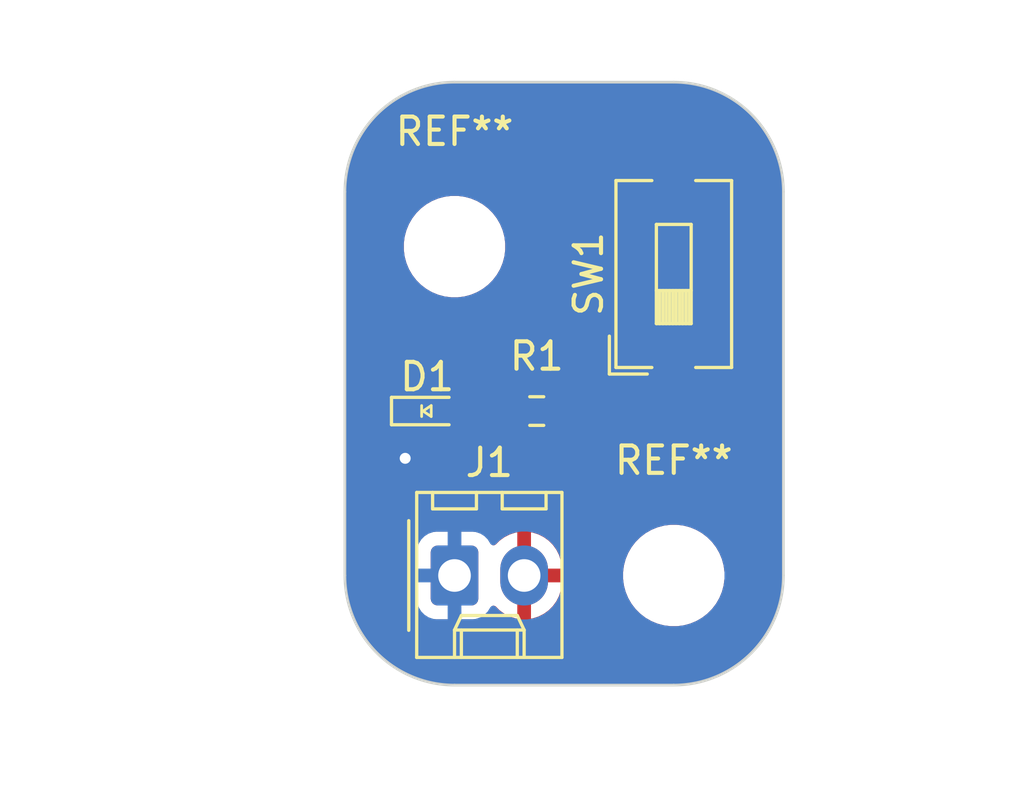
<source format=kicad_pcb>
(kicad_pcb (version 20240108) (generator "pcbnew") (generator_version "8.0")
  (title_block (title "LED Project") (date "2025-09-12") (rev "1.0") (company "Illini Solar Car") (comment 1 "Designed By: Pedro Couto"))
  (layers (0 "F.Cu" signal) (31 "B.Cu" signal) (34 "B.Paste" user) (35 "F.Paste" user) (36 "B.SilkS" user "B.Silkscreen") (37 "F.SilkS" user "F.Silkscreen") (38 "B.Mask" user) (39 "F.Mask" user) (44 "Edge.Cuts" user))
  (net 0 "")
  (net 1 "Net-(D1-A)")
  (net 2 "GND")
  (net 3 "+3V3")
  (net 4 "Net-(R1-Pad1)")
  (footprint "Connector_Molex:Molex_KK-254_AE-6410-02A_1x02_P2.54mm_Vertical" (layer "F.Cu") (at 138 108)
    (property "Reference" "J1" (at 1.27 -4.12 0) (layer "F.SilkS"))
    (property "Value" "Conn_01x02")
    (fp_line (start -1.67 -2) (end -1.67 2) (stroke (width 0.12)) (layer "F.SilkS"))
    (fp_line (start -1.38 -3.03) (end -1.38 2.99) (stroke (width 0.12)) (layer "F.SilkS"))
    (fp_line (start -1.38 2.99) (end 3.92 2.99) (stroke (width 0.12)) (layer "F.SilkS"))
    (fp_line (start -0.8 -3.03) (end -0.8 -2.43) (stroke (width 0.12)) (layer "F.SilkS"))
    (fp_line (start -0.8 -2.43) (end 0.8 -2.43) (stroke (width 0.12)) (layer "F.SilkS"))
    (fp_line (start 0 1.99) (end 0.25 1.46) (stroke (width 0.12)) (layer "F.SilkS"))
    (fp_line (start 0 1.99) (end 2.54 1.99) (stroke (width 0.12)) (layer "F.SilkS"))
    (fp_line (start 0 2.99) (end 0 1.99) (stroke (width 0.12)) (layer "F.SilkS"))
    (fp_line (start 0.25 1.46) (end 2.29 1.46) (stroke (width 0.12)) (layer "F.SilkS"))
    (fp_line (start 0.25 2.99) (end 0.25 1.99) (stroke (width 0.12)) (layer "F.SilkS"))
    (fp_line (start 0.8 -2.43) (end 0.8 -3.03) (stroke (width 0.12)) (layer "F.SilkS"))
    (fp_line (start 1.74 -3.03) (end 1.74 -2.43) (stroke (width 0.12)) (layer "F.SilkS"))
    (fp_line (start 1.74 -2.43) (end 3.34 -2.43) (stroke (width 0.12)) (layer "F.SilkS"))
    (fp_line (start 2.29 1.46) (end 2.54 1.99) (stroke (width 0.12)) (layer "F.SilkS"))
    (fp_line (start 2.29 2.99) (end 2.29 1.99) (stroke (width 0.12)) (layer "F.SilkS"))
    (fp_line (start 2.54 1.99) (end 2.54 2.99) (stroke (width 0.12)) (layer "F.SilkS"))
    (fp_line (start 3.34 -2.43) (end 3.34 -3.03) (stroke (width 0.12)) (layer "F.SilkS"))
    (fp_line (start 3.92 -3.03) (end -1.38 -3.03) (stroke (width 0.12)) (layer "F.SilkS"))
    (fp_line (start 3.92 2.99) (end 3.92 -3.03) (stroke (width 0.12)) (layer "F.SilkS"))
    (pad "1" thru_hole roundrect (at 0 0) (size 1.74 2.19) (drill 1.19) (layers "*.Cu" "*.Mask") (roundrect_rratio 0.143678) (net 2 "GND"))
    (pad "2" thru_hole oval (at 2.54 0) (size 1.74 2.19) (drill 1.19) (layers "*.Cu" "*.Mask") (net 3 "+3V3"))
  )
  (footprint "Resistor_SMD:R_0603_1608Metric_Pad0.98x0.95mm_HandSolder" (layer "F.Cu") (at 141 102 180)
    (property "Reference" "R1" (at 0 2 0) (layer "F.SilkS"))
    (property "Value" "105")
    (fp_line (start -0.254724 0.5225) (end 0.254724 0.5225) (stroke (width 0.12)) (layer "F.SilkS"))
    (fp_line (start -0.254724 -0.5225) (end 0.254724 -0.5225) (stroke (width 0.12)) (layer "F.SilkS"))
    (pad "1" smd roundrect (at -0.9125 0 180) (size 0.975 0.95) (layers "F.Cu" "F.Paste" "F.Mask") (net 4 "Net-(R1-Pad1)"))
    (pad "2" smd roundrect (at 0.9125 0 180) (size 0.975 0.95) (layers "F.Cu" "F.Paste" "F.Mask") (net 1 "Net-(D1-A)"))
  )
  (footprint "layout:LED_0603_Symbol_on_F.SilkS" (layer "F.Cu") (at 137 102)
    (property "Reference" "D1" (at 0 -1.25 0) (layer "F.SilkS"))
    (property "Value" "LED_RED")
    (fp_line (start -1.3 -0.5) (end -1.3 0.5) (stroke (width 0.12)) (layer "F.SilkS"))
    (fp_line (start -1.3 -0.5) (end 0.8 -0.5) (stroke (width 0.12)) (layer "F.SilkS"))
    (fp_line (start -1.3 0.5) (end 0.8 0.5) (stroke (width 0.12)) (layer "F.SilkS"))
    (fp_line (start -0.2 -0.2) (end -0.2 0.2) (stroke (width 0.1)) (layer "F.SilkS"))
    (fp_line (start -0.15 0) (end 0.15 -0.2) (stroke (width 0.1)) (layer "F.SilkS"))
    (fp_line (start 0.15 -0.2) (end 0.15 0.2) (stroke (width 0.1)) (layer "F.SilkS"))
    (fp_line (start 0.15 0.2) (end -0.15 0) (stroke (width 0.1)) (layer "F.SilkS"))
    (pad "1" smd rect (at -0.8 0 180) (size 0.8 0.8) (layers "F.Cu" "F.Paste" "F.Mask") (net 2 "GND"))
    (pad "2" smd rect (at 0.8 0 180) (size 0.8 0.8) (layers "F.Cu" "F.Paste" "F.Mask") (net 1 "Net-(D1-A)"))
  )
  (footprint "Button_Switch_SMD:SW_DIP_SPSTx01_Slide_6.7x4.1mm_W8.61mm_P2.54mm_LowProfile" (layer "F.Cu") (at 146 97 90)
    (property "Reference" "SW1" (at 0 -3.11 90) (layer "F.SilkS"))
    (property "Value" "SW_Push")
    (fp_line (start -3.65 -2.35) (end -2.267 -2.35) (stroke (width 0.12)) (layer "F.SilkS"))
    (fp_line (start -3.65 -2.35) (end -3.65 -0.967) (stroke (width 0.12)) (layer "F.SilkS"))
    (fp_line (start 3.41 -2.11) (end 3.41 -0.8) (stroke (width 0.12)) (layer "F.SilkS"))
    (fp_line (start -3.41 -2.11) (end 3.41 -2.11) (stroke (width 0.12)) (layer "F.SilkS"))
    (fp_line (start -3.41 -2.11) (end -3.41 -0.8) (stroke (width 0.12)) (layer "F.SilkS"))
    (fp_line (start 1.81 -0.635) (end -1.81 -0.635) (stroke (width 0.12)) (layer "F.SilkS"))
    (fp_line (start -0.603333 -0.635) (end -0.603333 0.635) (stroke (width 0.12)) (layer "F.SilkS"))
    (fp_line (start -1.81 -0.635) (end -1.81 0.635) (stroke (width 0.12)) (layer "F.SilkS"))
    (fp_line (start -1.81 -0.515) (end -0.603333 -0.515) (stroke (width 0.12)) (layer "F.SilkS"))
    (fp_line (start -1.81 -0.395) (end -0.603333 -0.395) (stroke (width 0.12)) (layer "F.SilkS"))
    (fp_line (start -1.81 -0.275) (end -0.603333 -0.275) (stroke (width 0.12)) (layer "F.SilkS"))
    (fp_line (start -1.81 -0.155) (end -0.603333 -0.155) (stroke (width 0.12)) (layer "F.SilkS"))
    (fp_line (start -1.81 -0.035) (end -0.603333 -0.035) (stroke (width 0.12)) (layer "F.SilkS"))
    (fp_line (start -1.81 0.085) (end -0.603333 0.085) (stroke (width 0.12)) (layer "F.SilkS"))
    (fp_line (start -1.81 0.205) (end -0.603333 0.205) (stroke (width 0.12)) (layer "F.SilkS"))
    (fp_line (start -1.81 0.325) (end -0.603333 0.325) (stroke (width 0.12)) (layer "F.SilkS"))
    (fp_line (start -1.81 0.445) (end -0.603333 0.445) (stroke (width 0.12)) (layer "F.SilkS"))
    (fp_line (start -1.81 0.565) (end -0.603333 0.565) (stroke (width 0.12)) (layer "F.SilkS"))
    (fp_line (start 1.81 0.635) (end 1.81 -0.635) (stroke (width 0.12)) (layer "F.SilkS"))
    (fp_line (start -1.81 0.635) (end 1.81 0.635) (stroke (width 0.12)) (layer "F.SilkS"))
    (fp_line (start 3.41 0.8) (end 3.41 2.11) (stroke (width 0.12)) (layer "F.SilkS"))
    (fp_line (start -3.41 0.8) (end -3.41 2.11) (stroke (width 0.12)) (layer "F.SilkS"))
    (fp_line (start -3.41 2.11) (end 3.41 2.11) (stroke (width 0.12)) (layer "F.SilkS"))
    (pad "1" smd rect (at -4.305 0 90) (size 2.44 1.12) (layers "F.Cu" "F.Paste" "F.Mask") (net 3 "+3V3"))
    (pad "2" smd rect (at 4.305 0 90) (size 2.44 1.12) (layers "F.Cu" "F.Paste" "F.Mask") (net 4 "Net-(R1-Pad1)"))
  )
  (footprint "MountingHole:MountingHole_3.2mm_M3" (layer "F.Cu") (at 138 96)
    (property "Reference" "REF**" (at 0 -4.2 0) (layer "F.SilkS"))
    (property "Value" "MountingHole_3.2mm_M3")
    (pad "" np_thru_hole circle (at 0 0) (size 3.2 3.2) (drill 3.2) (layers "*.Cu" "*.Mask"))
  )
  (footprint "MountingHole:MountingHole_3.2mm_M3" (layer "F.Cu") (at 146 108)
    (property "Reference" "REF**" (at 0 -4.2 0) (layer "F.SilkS"))
    (property "Value" "MountingHole_3.2mm_M3")
    (pad "" np_thru_hole circle (at 0 0) (size 3.2 3.2) (drill 3.2) (layers "*.Cu" "*.Mask"))
  )
  (gr_arc (start 134 93.999999) (mid 135.171573 91.171573) (end 137.999999 90) (stroke (width 0.1)) (layer "Edge.Cuts"))
  (gr_arc (start 146.000001 90) (mid 148.828427 91.171573) (end 150 93.999999) (stroke (width 0.1)) (layer "Edge.Cuts"))
  (gr_line (start 149.999999 108) (end 150 93.999999) (stroke (width 0.1)) (layer "Edge.Cuts"))
  (gr_arc (start 149.999999 108) (mid 148.828426 110.828426) (end 146 111.999999) (stroke (width 0.1)) (layer "Edge.Cuts"))
  (gr_line (start 137.999999 90) (end 146.000001 90) (stroke (width 0.1)) (layer "Edge.Cuts"))
  (gr_line (start 134 108) (end 134 93.999999) (stroke (width 0.1)) (layer "Edge.Cuts"))
  (gr_line (start 137.999999 111.999999) (end 146 111.999999) (stroke (width 0.1)) (layer "Edge.Cuts"))
  (gr_arc (start 137.999999 111.999999) (mid 135.171573 110.828426) (end 134 108) (stroke (width 0.1)) (layer "Edge.Cuts"))
  (segment (start 140.0875 102) (end 137.8 102) (width 0.25) (layer "F.Cu") (net 1))
  (segment (start 136.2 102) (end 136.2 103.725) (width 0.25) (layer "F.Cu") (net 2))
  (via (at 136.2 103.725) (size 0.8) (drill 0.4) (layers "F.Cu" "B.Cu") (net 2))
  (segment (start 141.9 94.7) (end 141.9125 94.7125) (width 0.25) (layer "F.Cu") (net 4))
  (segment (start 146 92.695) (end 143.905 92.695) (width 0.25) (layer "F.Cu") (net 4))
  (segment (start 143.905 92.695) (end 141.9 94.7) (width 0.25) (layer "F.Cu") (net 4))
  (segment (start 141.9125 94.7125) (end 141.9125 102) (width 0.25) (layer "F.Cu") (net 4))
  (zone (net 3) (net_name "+3V3") (layer "F.Cu") (connect_pads (clearance 0.508)) (min_thickness 0.25) (fill yes (thermal_gap 0.5) (thermal_bridge_width 0.5) (island_removal_mode 1) (island_area_min 10))
    (polygon (pts (xy 150 112) (xy 150 90) (xy 134 90) (xy 134 112)))
  )
  (zone (net 2) (net_name "GND") (layer "B.Cu") (priority 1) (connect_pads (clearance 0.508)) (min_thickness 0.25) (fill yes (thermal_gap 0.5) (thermal_bridge_width 0.5) (island_removal_mode 1) (island_area_min 10))
    (polygon (pts (xy 134 90) (xy 134 112) (xy 150 112) (xy 150 90)))
  )
)
</source>
